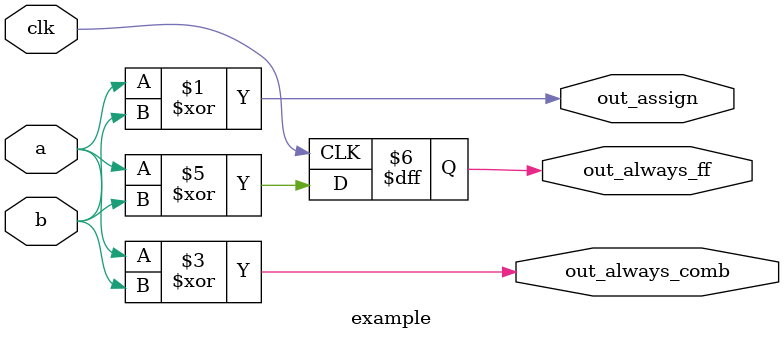
<source format=v>
module example(
	input clk,
	input a,
	input b,
	output wire out_assign,
	output reg out_always_comb,
	output reg out_always_ff

);
	assign out_assign = a^b;

	always @* begin
		out_always_comb = a^b;
	end

	always @(posedge clk) begin
		out_always_ff <= a^b;
	end

endmodule

</source>
